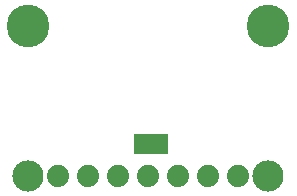
<source format=gbr>
G04 EAGLE Gerber RS-274X export*
G75*
%MOMM*%
%FSLAX34Y34*%
%LPD*%
%INSoldermask Bottom*%
%IPPOS*%
%AMOC8*
5,1,8,0,0,1.08239X$1,22.5*%
G01*
%ADD10C,2.641600*%
%ADD11C,3.617600*%
%ADD12R,2.921000X1.651000*%
%ADD13C,1.879600*%


D10*
X25400Y25400D03*
X228600Y25400D03*
D11*
X25400Y152400D03*
X228600Y152400D03*
D12*
X129540Y52070D03*
D13*
X50800Y25400D03*
X76200Y25400D03*
X101600Y25400D03*
X127000Y25400D03*
X152400Y25400D03*
X177800Y25400D03*
X203200Y25400D03*
M02*

</source>
